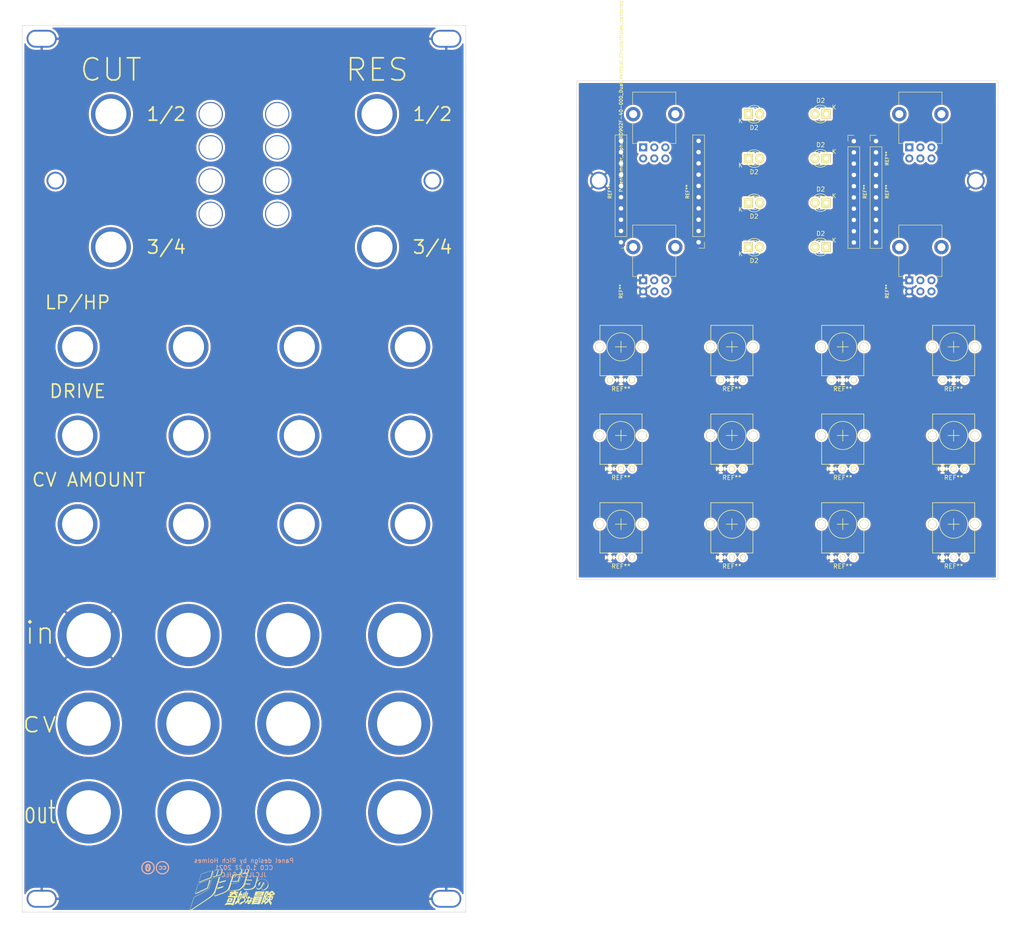
<source format=kicad_pcb>
(kicad_pcb (version 20211014) (generator pcbnew)
  (layers (0 "F.Cu" signal) (31 "B.Cu" signal) (34 "B.Paste" user) (35 "F.Paste" user) (36 "B.SilkS" user "B.Silkscreen") (37 "F.SilkS" user "F.Silkscreen") (38 "B.Mask" user) (39 "F.Mask" user) (44 "Edge.Cuts" user))
  (net 0 "")
  (net 1 "GND")
  (net 2 "-12V")
  (net 3 "+12")
  (footprint "Kosmo_panel:Kosmo_Panel_Dual_Slotted_Mounting_Holes" (layer "F.Cu") (at 113.1 10.6 180)
    (fp_text reference "H14" hide)
    (fp_text value "Panel")
    (pad "1" thru_hole oval locked (at 1.4 0 180) (size 6.8 4) (drill oval 6 3.2) (layers *.Cu *.Mask) (net 1 "GND"))
    (pad "1" thru_hole oval locked (at 1.4 -194 180) (size 6.8 4) (drill oval 6 3.2) (layers *.Cu *.Mask) (net 1 "GND"))
  )
  (footprint "Kosmo_panel:Kosmo_Jack_Hole" (layer "F.Cu") (at 31.1 145.1)
    (fp_text reference "H1" hide)
    (fp_text value "Jack_Hole")
    (pad "1" thru_hole circle locked (at 0 0) (size 14 14) (drill 10) (layers *.Cu *.Mask) (net 1 "GND"))
  )
  (footprint "Kosmo_panel:Kosmo_Panel_Dual_Slotted_Mounting_Holes" (layer "F.Cu") (at 19.1 204.6)
    (fp_text reference "H11" hide)
    (fp_text value "Panel")
    (pad "1" thru_hole oval locked (at 1.4 0) (size 6.8 4) (drill oval 6 3.2) (layers *.Cu *.Mask) (net 1 "GND"))
    (pad "1" thru_hole oval locked (at 1.4 -194) (size 6.8 4) (drill oval 6 3.2) (layers *.Cu *.Mask) (net 1 "GND"))
  )
  (footprint "Kosmo_panel:Kosmo_LED_Hole" (layer "F.Cu") (at 58.6 27.6)
    (fp_text reference "H13" hide)
    (fp_text value "Led_Hole")
    (pad "1" thru_hole circle locked (at 0 0) (size 5.5 5.5) (drill 5) (layers *.Cu *.Mask))
  )
  (footprint "Kosmo_panel:Kosmo_Switch_Hole" (layer "F.Cu") (at 103.6 100.1 180)
    (fp_text reference "H9" hide)
    (fp_text value "Switch_Hole")
    (pad "1" thru_hole circle locked (at 0 0 180) (size 9 9) (drill 7) (layers *.Cu *.Mask))
  )
  (footprint "ao_tht:Potentiometer_Alpha_RD902F-40-00D_Dual_Vertical_CircularHoles_centered" (layer "F.Cu") (at 218.6 27.6 90)
    (fp_text reference "REF**" (at -10 -7.5 90) (layer "F.SilkS") (effects (font (size 0.75 0.75))))
    (fp_text value "Potentiometer_Alpha_RD902F-40-00D_Dual_Vertical_CircularHoles_centered" hide)
    (pad "" thru_hole circle locked (at 0 -4.75 180) (size 3.24 3.24) (drill 1.8) (layers *.Cu *.Mask))
    (pad "" thru_hole circle locked (at 0 4.75 180) (size 3.24 3.24) (drill 1.8) (layers *.Cu *.Mask))
    (pad "1" thru_hole rect locked (at -7.5 -2.5 180) (size 1.8 1.8) (drill 1) (layers *.Cu *.Mask) (net 2 "-12V"))
    (pad "2" thru_hole circle locked (at -7.5 0 180) (size 1.8 1.8) (drill 1) (layers *.Cu *.Mask))
    (pad "3" thru_hole circle locked (at -7.5 2.5 180) (size 1.8 1.8) (drill 1) (layers *.Cu *.Mask) (net 3 "+12"))
    (pad "4" thru_hole circle locked (at -10 -2.5 180) (size 1.8 1.8) (drill 1) (layers *.Cu *.Mask) (net 2 "-12V"))
    (pad "5" thru_hole circle locked (at -10 0 180) (size 1.8 1.8) (drill 1) (layers *.Cu *.Mask))
    (pad "6" thru_hole circle locked (at -10 2.5 180) (size 1.8 1.8) (drill 1) (layers *.Cu *.Mask) (net 3 "+12"))
  )
  (footprint "Kosmo_panel:Kosmo_LED_Hole" (layer "F.Cu") (at 58.6 42.6)
    (fp_text reference "H13" hide)
    (fp_text value "Led_Hole")
    (pad "1" thru_hole circle locked (at 0 0) (size 5.5 5.5) (drill 5) (layers *.Cu *.Mask))
  )
  (footprint "EURORACK:Alpha9mmPot" (layer "F.Cu") (at 201.1 120.1)
    (fp_text reference "REF**" (at 0 9.5) (layer "F.SilkS"))
    (fp_text value "Alpha9mmPot")
    (pad "" thru_hole circle locked (at -4.8 0) (size 2 2) (drill 1.8) (layers *.Cu *.Mask "F.SilkS"))
    (pad "" thru_hole circle locked (at 4.8 0) (size 2 2) (drill 1.8) (layers *.Cu *.Mask "F.SilkS"))
    (pad "1" thru_hole circle locked (at -2.5 7.5) (size 1.3 1.3) (drill 1) (layers *.Cu *.Mask "F.SilkS") (net 1 "GND"))
    (pad "2" thru_hole circle locked (at 0 7.5) (size 1.3 1.3) (drill 1) (layers *.Cu *.Mask "F.SilkS"))
    (pad "3" thru_hole circle locked (at 2.5 7.5) (size 1.3 1.3) (drill 1) (layers *.Cu *.Mask "F.SilkS"))
  )
  (footprint "Kosmo_panel:Kosmo_Jack_Hole" (layer "F.Cu") (at 31.1 185.1)
    (fp_text reference "H1" hide)
    (fp_text value "Jack_Hole")
    (pad "1" thru_hole circle locked (at 0 0) (size 14 14) (drill 10) (layers *.Cu *.Mask))
  )
  (footprint "Kosmo_panel:Kosmo_Jack_Hole" (layer "F.Cu") (at 76.1 165.1)
    (fp_text reference "H1" hide)
    (fp_text value "Jack_Hole")
    (pad "1" thru_hole circle locked (at 0 0) (size 14 14) (drill 10) (layers *.Cu *.Mask))
  )
  (footprint "ao_tht:Potentiometer_Alpha_RD902F-40-00D_Dual_Vertical_CircularHoles_centered" (layer "F.Cu") (at 158.6 27.6 90)
    (fp_text reference "REF**" hide)
    (fp_text value "Potentiometer_Alpha_RD902F-40-00D_Dual_Vertical_CircularHoles_centered" hide)
    (fp_text user "${VALUE}" (at 4 -7.5 90) (layer "F.SilkS") (effects (font (size 0.75 0.75))))
    (pad "" thru_hole circle locked (at 0 -4.75 180) (size 3.24 3.24) (drill 1.8) (layers *.Cu *.Mask))
    (pad "" thru_hole circle locked (at 0 4.75 180) (size 3.24 3.24) (drill 1.8) (layers *.Cu *.Mask))
    (pad "1" thru_hole rect locked (at -7.5 -2.5 180) (size 1.8 1.8) (drill 1) (layers *.Cu *.Mask) (net 2 "-12V"))
    (pad "2" thru_hole circle locked (at -7.5 0 180) (size 1.8 1.8) (drill 1) (layers *.Cu *.Mask))
    (pad "3" thru_hole circle locked (at -7.5 2.5 180) (size 1.8 1.8) (drill 1) (layers *.Cu *.Mask) (net 3 "+12"))
    (pad "4" thru_hole circle locked (at -10 -2.5 180) (size 1.8 1.8) (drill 1) (layers *.Cu *.Mask) (net 2 "-12V"))
    (pad "5" thru_hole circle locked (at -10 0 180) (size 1.8 1.8) (drill 1) (layers *.Cu *.Mask))
    (pad "6" thru_hole circle locked (at -10 2.5 180) (size 1.8 1.8) (drill 1) (layers *.Cu *.Mask) (net 3 "+12"))
  )
  (footprint "Kosmo_panel:Kosmo_Switch_Hole" (layer "F.Cu") (at 53.6 80.1 180)
    (fp_text reference "H9" hide)
    (fp_text value "Switch_Hole")
    (pad "1" thru_hole circle locked (at 0 0 180) (size 9 9) (drill 7) (layers *.Cu *.Mask))
  )
  (footprint "EURORACK:Alpha9mmPot" (layer "F.Cu") (at 151.1 100.1)
    (fp_text reference "REF**" (at 0 9.5) (layer "F.SilkS"))
    (fp_text value "Alpha9mmPot")
    (pad "" thru_hole circle locked (at -4.8 0) (size 2 2) (drill 1.8) (layers *.Cu *.Mask "F.SilkS"))
    (pad "" thru_hole circle locked (at 4.8 0) (size 2 2) (drill 1.8) (layers *.Cu *.Mask "F.SilkS"))
    (pad "1" thru_hole circle locked (at -2.5 7.5) (size 1.3 1.3) (drill 1) (layers *.Cu *.Mask "F.SilkS") (net 1 "GND"))
    (pad "2" thru_hole circle locked (at 0 7.5) (size 1.3 1.3) (drill 1) (layers *.Cu *.Mask "F.SilkS"))
    (pad "3" thru_hole circle locked (at 2.5 7.5) (size 1.3 1.3) (drill 1) (layers *.Cu *.Mask "F.SilkS"))
  )
  (footprint "EURORACK:LED3mm" (layer "F.Cu") (at 181.1 57.6)
    (fp_text reference "D2" (at 0 3.048) (layer "F.SilkS"))
    (fp_text value "LED")
    (fp_text user "K" (at -3.048 1.524) (layer "F.SilkS"))
    (pad "1" thru_hole rect locked (at -1.27 0 90) (size 2 2) (drill 1.00076) (layers *.Cu *.Mask "F.SilkS"))
    (pad "2" thru_hole circle locked (at 1.27 0) (size 2 2) (drill 1.00076) (layers *.Cu *.Mask "F.SilkS"))
  )
  (footprint "Kosmo_panel:Kosmo_Switch_Hole" (layer "F.Cu") (at 78.6 120.1 180)
    (fp_text reference "H9" hide)
    (fp_text value "Switch_Hole")
    (pad "1" thru_hole circle locked (at 0 0 180) (size 9 9) (drill 7) (layers *.Cu *.Mask))
  )
  (footprint "EURORACK:Alpha9mmPot" (layer "F.Cu") (at 201.1 100.1)
    (fp_text reference "REF**" (at 0 9.5) (layer "F.SilkS"))
    (fp_text value "Alpha9mmPot")
    (pad "" thru_hole circle locked (at -4.8 0) (size 2 2) (drill 1.8) (layers *.Cu *.Mask "F.SilkS"))
    (pad "" thru_hole circle locked (at 4.8 0) (size 2 2) (drill 1.8) (layers *.Cu *.Mask "F.SilkS"))
    (pad "1" thru_hole circle locked (at -2.5 7.5) (size 1.3 1.3) (drill 1) (layers *.Cu *.Mask "F.SilkS") (net 1 "GND"))
    (pad "2" thru_hole circle locked (at 0 7.5) (size 1.3 1.3) (drill 1) (layers *.Cu *.Mask "F.SilkS"))
    (pad "3" thru_hole circle locked (at 2.5 7.5) (size 1.3 1.3) (drill 1) (layers *.Cu *.Mask "F.SilkS"))
  )
  (footprint "Kosmo_panel:Kosmo_Switch_Hole" (layer "F.Cu") (at 96.1 57.6 180)
    (fp_text reference "H9" hide)
    (fp_text value "Switch_Hole")
    (pad "1" thru_hole circle locked (at 0 0 180) (size 9 9) (drill 7) (layers *.Cu *.Mask))
  )
  (footprint "EURORACK:LED3mm" (layer "F.Cu") (at 196.1 57.6 180)
    (fp_text reference "D2" (at 0 3.048) (layer "F.SilkS"))
    (fp_text value "LED")
    (fp_text user "K" (at -3.048 1.524) (layer "F.SilkS"))
    (pad "1" thru_hole rect locked (at -1.27 0 270) (size 2 2) (drill 1.00076) (layers *.Cu *.Mask "F.SilkS"))
    (pad "2" thru_hole circle locked (at 1.27 0 180) (size 2 2) (drill 1.00076) (layers *.Cu *.Mask "F.SilkS"))
  )
  (footprint "EURORACK:LED3mm" (layer "F.Cu") (at 181.1 47.6)
    (fp_text reference "D2" (at 0 3.048) (layer "F.SilkS"))
    (fp_text value "LED")
    (fp_text user "K" (at -3.048 1.524) (layer "F.SilkS"))
    (pad "1" thru_hole rect locked (at -1.27 0 90) (size 2 2) (drill 1.00076) (layers *.Cu *.Mask "F.SilkS"))
    (pad "2" thru_hole circle locked (at 1.27 0) (size 2 2) (drill 1.00076) (layers *.Cu *.Mask "F.SilkS"))
  )
  (footprint "Kosmo_panel:Kosmo_LED_Hole" (layer "F.Cu") (at 58.6 35.1)
    (fp_text reference "H13" hide)
    (fp_text value "Led_Hole")
    (pad "1" thru_hole circle locked (at 0 0) (size 5.5 5.5) (drill 5) (layers *.Cu *.Mask))
  )
  (footprint "Kosmo_panel:Kosmo_Switch_Hole" (layer "F.Cu") (at 78.6 80.1 180)
    (fp_text reference "H9" hide)
    (fp_text value "Switch_Hole")
    (pad "1" thru_hole circle locked (at 0 0 180) (size 9 9) (drill 7) (layers *.Cu *.Mask))
  )
  (footprint "KOSMO:Kosmo_Panel_Mounting_Hole" (layer "F.Cu") (at 23.6 42.6)
    (fp_text reference "REF**" hide)
    (fp_text value "Kosmo_Panel_Mounting_Hole")
    (pad "1" thru_hole circle locked (at 0 0) (size 4 4) (drill 3.2) (layers *.Cu *.Mask))
  )
  (footprint "ao_tht:PinHeader_1x10_P2.54mm_Vertical" (layer "F.Cu") (at 208.6 45.1 -90)
    (fp_text reference "REF**" (at 0 -2.5 90) (layer "F.SilkS") (effects (font (size 0.75 0.75))))
    (fp_text value "PinHeader_1x10_P2.54mm_Vertical")
    (pad "1" thru_hole rect locked (at -11.4 0) (size 1.7 1.7) (drill 1) (layers *.Cu *.Mask) (net 3 "+12"))
    (pad "2" thru_hole oval locked (at -8.86 0) (size 1.7 1.7) (drill 1) (layers *.Cu *.Mask) (net 2 "-12V"))
    (pad "3" thru_hole oval locked (at -6.32 0) (size 1.7 1.7) (drill 1) (layers *.Cu *.Mask))
    (pad "4" thru_hole oval locked (at -3.78 0) (size 1.7 1.7) (drill 1) (layers *.Cu *.Mask))
    (pad "5" thru_hole oval locked (at -1.24 0) (size 1.7 1.7) (drill 1) (layers *.Cu *.Mask))
    (pad "6" thru_hole oval locked (at 1.3 0) (size 1.7 1.7) (drill 1) (layers *.Cu *.Mask))
    (pad "7" thru_hole oval locked (at 3.84 0) (size 1.7 1.7) (drill 1) (layers *.Cu *.Mask))
    (pad "8" thru_hole oval locked (at 6.38 0) (size 1.7 1.7) (drill 1) (layers *.Cu *.Mask))
    (pad "9" thru_hole oval locked (at 8.92 0) (size 1.7 1.7) (drill 1) (layers *.Cu *.Mask))
    (pad "10" thru_hole oval locked (at 11.46 0) (size 1.7 1.7) (drill 1) (layers *.Cu *.Mask) (net 1 "GND"))
  )
  (footprint "KOSMO:Kosmo_Panel_Mounting_Hole" (layer "F.Cu") (at 146.1 42.6)
    (fp_text reference "REF**" hide)
    (fp_text value "Kosmo_Panel_Mounting_Hole")
    (pad "1" thru_hole circle locked (at 0 0) (size 4 4) (drill 3.2) (layers *.Cu *.Mask) (net 1 "GND"))
  )
  (footprint "Kosmo_panel:Kosmo_Switch_Hole" (layer "F.Cu") (at 78.6 100.1 180)
    (fp_text reference "H9" hide)
    (fp_text value "Switch_Hole")
    (pad "1" thru_hole circle locked (at 0 0 180) (size 9 9) (drill 7) (layers *.Cu *.Mask))
  )
  (footprint "Kosmo_panel:Kosmo_LED_Hole" (layer "F.Cu") (at 58.6 50.1)
    (fp_text reference "H13" hide)
    (fp_text value "Led_Hole")
    (pad "1" thru_hole circle locked (at 0 0) (size 5.5 5.5) (drill 5) (layers *.Cu *.Mask))
  )
  (footprint "Kosmo_panel:Kosmo_Jack_Hole" (layer "F.Cu") (at 53.6 145.1)
    (fp_text reference "H1" hide)
    (fp_text value "Jack_Hole")
    (pad "1" thru_hole circle locked (at 0 0) (size 14 14) (drill 10) (layers *.Cu *.Mask))
  )
  (footprint "Kosmo_panel:Kosmo_Switch_Hole" (layer "F.Cu") (at 36.1 27.6 180)
    (fp_text reference "H9" hide)
    (fp_text value "Switch_Hole")
    (pad "1" thru_hole circle locked (at 0 0 180) (size 9 9) (drill 7) (layers *.Cu *.Mask))
  )
  (footprint "" (layer "F.Cu") (at 78.6 100.1)
    (fp_text reference "" (at 0 0) (layer "F.SilkS") (effects (font (size 1.27 1.27))))
    (fp_text value "" (at 0 0) (layer "F.SilkS") (effects (font (size 1.27 1.27))))
    (pad "1" thru_hole circle locked (at 0 0 180) (size 9 9) (drill 7) (layers *.Cu *.Mask))
  )
  (footprint "EURORACK:Alpha9mmPot" (layer "F.Cu") (at 176.1 80.1)
    (fp_text reference "REF**" (at 0 9.5) (layer "F.SilkS"))
    (fp_text value "Alpha9mmPot")
    (pad "" thru_hole circle locked (at -4.8 0) (size 2 2) (drill 1.8) (layers *.Cu *.Mask "F.SilkS"))
    (pad "" thru_hole circle locked (at 4.8 0) (size 2 2) (drill 1.8) (layers *.Cu *.Mask "F.SilkS"))
    (pad "1" thru_hole circle locked (at -2.5 7.5) (size 1.3 1.3) (drill 1) (layers *.Cu *.Mask "F.SilkS"))
    (pad "2" thru_hole circle locked (at 0 7.5) (size 1.3 1.3) (drill 1) (layers *.Cu *.Mask "F.SilkS") (net 1 "GND"))
    (pad "3" thru_hole circle locked (at 2.5 7.5) (size 1.3 1.3) (drill 1) (layers *.Cu *.Mask "F.SilkS"))
  )
  (footprint "Kosmo_panel:Kosmo_Jack_Hole" (layer "F.Cu") (at 76.1 185.1)
    (fp_text reference "H1" hide)
    (fp_text value "Jack_Hole")
    (pad "1" thru_hole circle locked (at 0 0) (size 14 14) (drill 10) (layers *.Cu *.Mask))
  )
  (footprint "EURORACK:LED3mm" (layer "F.Cu") (at 181.1 37.6)
    (fp_text reference "D2" (at 0 3.048) (layer "F.SilkS"))
    (fp_text value "LED")
    (fp_text user "K" (at -3.048 1.524) (layer "F.SilkS"))
    (pad "1" thru_hole rect locked (at -1.27 0 90) (size 2 2) (drill 1.00076) (layers *.Cu *.Mask "F.SilkS"))
    (pad "2" thru_hole circle locked (at 1.27 0) (size 2 2) (drill 1.00076) (layers *.Cu *.Mask "F.SilkS"))
  )
  (footprint "Kosmo_panel:Kosmo_Jack_Hole" (layer "F.Cu") (at 53.6 165.1)
    (fp_text reference "H1" hide)
    (fp_text value "Jack_Hole")
    (pad "1" thru_hole circle locked (at 0 0) (size 14 14) (drill 10) (layers *.Cu *.Mask))
  )
  (footprint "Kosmo_panel:Kosmo_Switch_Hole" (layer "F.Cu") (at 96.1 27.6 180)
    (fp_text reference "H9" hide)
    (fp_text value "Switch_Hole")
    (pad "1" thru_hole circle locked (at 0 0 180) (size 9 9) (drill 7) (layers *.Cu *.Mask))
  )
  (footprint "KOSMO:Kosmo_Panel_Mounting_Hole" (layer "F.Cu") (at 108.6 42.6)
    (fp_text reference "REF**" hide)
    (fp_text value "Kosmo_Panel_Mounting_Hole")
    (pad "1" thru_hole circle locked (at 0 0) (size 4 4) (drill 3.2) (layers *.Cu *.Mask))
  )
  (footprint "Kosmo_panel:Kosmo_Switch_Hole" (layer "F.Cu") (at 53.6 120.1 180)
    (fp_text reference "H9" hide)
    (fp_text value "Switch_Hole")
    (pad "1" thru_hole circle locked (at 0 0 180) (size 9 9) (drill 7) (layers *.Cu *.Mask))
  )
  (footprint "EURORACK:LED3mm" (layer "F.Cu") (at 196.1 27.6 180)
    (fp_text reference "D2" (at 0 3.048) (layer "F.SilkS"))
    (fp_text value "LED")
    (fp_text user "K" (at -3.048 1.524) (layer "F.SilkS"))
    (pad "1" thru_hole rect locked (at -1.27 0 270) (size 2 2) (drill 1.00076) (layers *.Cu *.Mask "F.SilkS"))
    (pad "2" thru_hole circle locked (at 1.27 0 180) (size 2 2) (drill 1.00076) (layers *.Cu *.Mask "F.SilkS"))
  )
  (footprint "EURORACK:Alpha9mmPot" (layer "F.Cu") (at 226.1 100.1)
    (fp_text reference "REF**" (at 0 9.5) (layer "F.SilkS"))
    (fp_text value "Alpha9mmPot")
    (pad "" thru_hole circle locked (at -4.8 0) (size 2 2) (drill 1.8) (layers *.Cu *.Mask "F.SilkS"))
    (pad "" thru_hole circle locked (at 4.8 0) (size 2 2) (drill 1.8) (layers *.Cu *.Mask "F.SilkS"))
    (pad "1" thru_hole circle locked (at -2.5 7.5) (size 1.3 1.3) (drill 1) (layers *.Cu *.Mask "F.SilkS") (net 1 "GND"))
    (pad "2" thru_hole circle locked (at 0 7.5) (size 1.3 1.3) (drill 1) (layers *.Cu *.Mask "F.SilkS"))
    (pad "3" thru_hole circle locked (at 2.5 7.5) (size 1.3 1.3) (drill 1) (layers *.Cu *.Mask "F.SilkS"))
  )
  (footprint "KOSMO:JOJO ICON" (layer "F.Cu") (at 63.6 202.6)
    (fp_text reference "G***" hide)
    (fp_text value "LOGO" hide)
  )
  (footprint "EURORACK:Alpha9mmPot" (layer "F.Cu") (at 151.1 80.1)
    (fp_text reference "REF**" (at 0 9.5) (layer "F.SilkS"))
    (fp_text value "Alpha9mmPot")
    (pad "" thru_hole circle locked (at -4.8 0) (size 2 2) (drill 1.8) (layers *.Cu *.Mask "F.SilkS"))
    (pad "" thru_hole circle locked (at 4.8 0) (size 2 2) (drill 1.8) (layers *.Cu *.Mask "F.SilkS"))
    (pad "1" thru_hole circle locked (at -2.5 7.5) (size 1.3 1.3) (drill 1) (layers *.Cu *.Mask "F.SilkS"))
    (pad "2" thru_hole circle locked (at 0 7.5) (size 1.3 1.3) (drill 1) (layers *.Cu *.Mask "F.SilkS") (net 1 "GND"))
    (pad "3" thru_hole circle locked (at 2.5 7.5) (size 1.3 1.3) (drill 1) (layers *.Cu *.Mask "F.SilkS"))
  )
  (footprint "EURORACK:LED3mm" (layer "F.Cu") (at 181.1 27.6)
    (fp_text reference "D2" (at 0 3.048) (layer "F.SilkS"))
    (fp_text value "LED")
    (fp_text user "K" (at -3.048 1.524) (layer "F.SilkS"))
    (pad "1" thru_hole rect locked (at -1.27 0 90) (size 2 2) (drill 1.00076) (layers *.Cu *.Mask "F.SilkS"))
    (pad "2" thru_hole circle locked (at 1.27 0) (size 2 2) (drill 1.00076) (layers *.Cu *.Mask "F.SilkS"))
  )
  (footprint "Kosmo_panel:Kosmo_Switch_Hole" (layer "F.Cu") (at 28.6 120.1 180)
    (fp_text reference "H9" hide)
    (fp_text value "Switch_Hole")
    (pad "1" thru_hole circle locked (at 0 0 180) (size 9 9) (drill 7) (layers *.Cu *.Mask))
  )
  (footprint "EURORACK:LED3mm" (layer "F.Cu") (at 196.1 37.6 180)
    (fp_text reference "D2" (at 0 3.048) (layer "F.SilkS"))
    (fp_text value "LED")
    (fp_text user "K" (at -3.048 1.524) (layer "F.SilkS"))
    (pad "1" thru_hole rect locked (at -1.27 0 270) (size 2 2) (drill 1.00076) (layers *.Cu *.Mask "F.SilkS"))
    (pad "2" thru_hole circle locked (at 1.27 0 180) (size 2 2) (drill 1.00076) (layers *.Cu *.Mask "F.SilkS"))
  )
  (footprint "ao_tht:Potentiometer_Alpha_RD902F-40-00D_Dual_Vertical_CircularHoles_centered" (layer "F.Cu") (at 218.6 57.6 90)
    (fp_text reference "REF**" (at -10 -7.5 90) (layer "F.SilkS") (effects (font (size 0.75 0.75))))
    (fp_text value "Potentiometer_Alpha_RD902F-40-00D_Dual_Vertical_CircularHoles_centered" hide)
    (pad "" thru_hole circle locked (at 0 -4.75 180) (size 3.24 3.24) (drill 1.8) (layers *.Cu *.Mask))
    (pad "" thru_hole circle locked (at 0 4.75 180) (size 3.24 3.24) (drill 1.8) (layers *.Cu *.Mask))
    (pad "1" thru_hole rect locked (at -7.5 -2.5 180) (size 1.8 1.8) (drill 1) (layers *.Cu *.Mask) (net 1 "GND"))
    (pad "2" thru_hole circle locked (at -7.5 0 180) (size 1.8 1.8) (drill 1) (layers *.Cu *.Mask))
    (pad "3" thru_hole circle locked (at -7.5 2.5 180) (size 1.8 1.8) (drill 1) (layers *.Cu *.Mask))
    (pad "4" thru_hole circle locked (at -10 -2.5 180) (size 1.8 1.8) (drill 1) (layers *.Cu *.Mask) (net 1 "GND"))
    (pad "5" thru_hole circle locked (at -10 0 180) (size 1.8 1.8) (drill 1) (layers *.Cu *.Mask))
    (pad "6" thru_hole circle locked (at -10 2.5 180) (size 1.8 1.8) (drill 1) (layers *.Cu *.Mask))
  )
  (footprint "ao_tht:PinHeader_1x10_P2.54mm_Vertical" (layer "F.Cu") (at 203.6 45.1 -90)
    (fp_text reference "REF**" (at 0 -2.5 90) (layer "F.SilkS") (effects (font (size 0.75 0.75))))
    (fp_text value "PinHeader_1x10_P2.54mm_Vertical")
    (pad "1" thru_hole rect locked (at -11.4 0) (size 1.7 1.7) (drill 1) (layers *.Cu *.Mask) (net 3 "+12"))
    (pad "2" thru_hole oval locked (at -8.86 0) (size 1.7 1.7) (drill 1) (layers *.Cu *.Mask) (net 2 "-12V"))
    (pad "3" thru_hole oval locked (at -6.32 0) (size 1.7 1.7) (drill 1) (layers *.Cu *.Mask))
    (pad "4" thru_hole oval locked (at -3.78 0) (size 1.7 1.7) (drill 1) (layers *.Cu *.Mask))
    (pad "5" thru_hole oval locked (at -1.24 0) (size 1.7 1.7) (drill 1) (layers *.Cu *.Mask))
    (pad "6" thru_hole oval locked (at 1.3 0) (size 1.7 1.7) (drill 1) (layers *.Cu *.Mask))
    (pad "7" thru_hole oval locked (at 3.84 0) (size 1.7 1.7) (drill 1) (layers *.Cu *.Mask))
    (pad "8" thru_hole oval locked (at 6.38 0) (size 1.7 1.7) (drill 1) (layers *.Cu *.Mask))
    (pad "9" thru_hole oval locked (at 8.92 0) (size 1.7 1.7) (drill 1) (layers *.Cu *.Mask))
    (pad "10" thru_hole oval locked (at 11.46 0) (size 1.7 1.7) (drill 1) (layers *.Cu *.Mask) (net 1 "GND"))
  )
  (footprint "EURORACK:Alpha9mmPot" (layer "F.Cu") (at 226.1 80.1)
    (fp_text reference "REF**" (at 0 9.5) (layer "F.SilkS"))
    (fp_text value "Alpha9mmPot")
    (pad "" thru_hole circle locked (at -4.8 0) (size 2 2) (drill 1.8) (layers *.Cu *.Mask "F.SilkS"))
    (pad "" thru_hole circle locked (at 4.8 0) (size 2 2) (drill 1.8) (layers *.Cu *.Mask "F.SilkS"))
    (pad "1" thru_hole circle locked (at -2.5 7.5) (size 1.3 1.3) (drill 1) (layers *.Cu *.Mask "F.SilkS"))
    (pad "2" thru_hole circle locked (at 0 7.5) (size 1.3 1.3) (drill 1) (layers *.Cu *.Mask "F.SilkS") (net 1 "GND"))
    (pad "3" thru_hole circle locked (at 2.5 7.5) (size 1.3 1.3) (drill 1) (layers *.Cu *.Mask "F.SilkS"))
  )
  (footprint "EURORACK:Alpha9mmPot" (layer "F.Cu") (at 176.1 100.1)
    (fp_text reference "REF**" (at 0 9.5) (layer "F.SilkS"))
    (fp_text value "Alpha9mmPot")
    (pad "" thru_hole circle locked (at -4.8 0) (size 2 2) (drill 1.8) (layers *.Cu *.Mask "F.SilkS"))
    (pad "" thru_hole circle locked (at 4.8 0) (size 2 2) (drill 1.8) (layers *.Cu *.Mask "F.SilkS"))
    (pad "1" thru_hole circle locked (at -2.5 7.5) (size 1.3 1.3) (drill 1) (layers *.Cu *.Mask "F.SilkS") (net 1 "GND"))
    (pad "2" thru_hole circle locked (at 0 7.5) (size 1.3 1.3) (drill 1) (layers *.Cu *.Mask "F.SilkS"))
    (pad "3" thru_hole circle locked (at 2.5 7.5) (size 1.3 1.3) (drill 1) (layers *.Cu *.Mask "F.SilkS"))
  )
  (footprint "Kosmo_panel:Kosmo_LED_Hole" (layer "F.Cu") (at 73.6 35.1)
    (fp_text reference "H13" hide)
    (fp_text value "Led_Hole")
    (pad "1" thru_hole circle locked (at 0 0) (size 5.5 5.5) (drill 5) (layers *.Cu *.Mask))
  )
  (footprint "Kosmo_panel:Kosmo_Switch_Hole" (layer "F.Cu") (at 28.6 80.1 180)
    (fp_text reference "H9" hide)
    (fp_text value "Switch_Hole")
    (pad "1" thru_hole circle locked (at 0 0 180) (size 9 9) (drill 7) (layers *.Cu *.Mask))
  )
  (footprint "Kosmo_panel:Kosmo_Jack_Hole" (layer "F.Cu") (at 31.1 165.1)
    (fp_text reference "H1" hide)
    (fp_text value "Jack_Hole")
    (pad "1" thru_hole circle locked (at 0 0) (size 14 14) (drill 10) (layers *.Cu *.Mask))
  )
  (footprint "KOSMO:Kosmo_Panel_Mounting_Hole" (layer "F.Cu") (at 231.1 42.6)
    (fp_text reference "REF**" hide)
    (fp_text value "Kosmo_Panel_Mounting_Hole")
    (pad "1" thru_hole circle locked (at 0 0) (size 4 4) (drill 3.2) (layers *.Cu *.Mask) (net 1 "GND"))
  )
  (footprint "Kosmo_panel:Kosmo_LED_Hole" (layer "F.Cu") (at 73.6 27.6)
    (fp_text reference "H13" hide)
    (fp_text value "Led_Hole")
    (pad "1" thru_hole circle locked (at 0 0) (size 5.5 5.5) (drill 5) (layers *.Cu *.Mask))
  )
  (footprint "Kosmo_panel:Kosmo_Jack_Hole" (layer "F.Cu") (at 101.1 165.1)
    (fp_text reference "H1" hide)
    (fp_text value "Jack_Hole")
    (pad "1" thru_hole circle locked (at 0 0) (size 14 14) (drill 10) (layers *.Cu *.Mask))
  )
  (footprint "Kosmo_panel:Kosmo_Switch_Hole" (layer "F.Cu") (at 103.6 120.1 180)
    (fp_text reference "H9" hide)
    (fp_text value "Switch_Hole")
    (pad "1" thru_hole circle locked (at 0 0 180) (size 9 9) (drill 7) (layers *.Cu *.Mask))
  )
  (footprint "EURORACK:Alpha9mmPot" (layer "F.Cu") (at 226.1 120.1)
    (fp_text reference "REF**" (at 0 9.5) (layer "F.SilkS"))
    (fp_text value "Alpha9mmPot")
    (pad "" thru_hole circle locked (at -4.8 0) (size 2 2) (drill 1.8) (layers *.Cu *.Mask "F.SilkS"))
    (pad "" thru_hole circle locked (at 4.8 0) (size 2 2) (drill 1.8) (layers *.Cu *.Mask "F.SilkS"))
    (pad "1" thru_hole circle locked (at -2.5 7.5) (size 1.3 1.3) (drill 1) (layers *.Cu *.Mask "F.SilkS") (net 1 "GND"))
    (pad "2" thru_hole circle locked (at 0 7.5) (size 1.3 1.3) (drill 1) (layers *.Cu *.Mask "F.SilkS"))
    (pad "3" thru_hole circle locked (at 2.5 7.5) (size 1.3 1.3) (drill 1) (layers *.Cu *.Mask "F.SilkS"))
  )
  (footprint "Kosmo_panel:Kosmo_LED_Hole" (layer "F.Cu") (at 73.6 42.6)
    (fp_text reference "H13" hide)
    (fp_text value "Led_Hole")
    (pad "1" thru_hole circle locked (at 0 0) (size 5.5 5.5) (drill 5) (layers *.Cu *.Mask))
  )
  (footprint "Kosmo_panel:Kosmo_Switch_Hole" (layer "F.Cu") (at 28.6 100.1 180)
    (fp_text reference "H9" hide)
    (fp_text value "Switch_Hole")
    (pad "1" thru_hole circle locked (at 0 0 180) (size 9 9) (drill 7) (layers *.Cu *.Mask))
  )
  (footprint "EURORACK:LED3mm" (layer "F.Cu") (at 196.1 47.6 180)
    (fp_text reference "D2" (at 0 3.048) (layer "F.SilkS"))
    (fp_text value "LED")
    (fp_text user "K" (at -3.048 1.524) (layer "F.SilkS"))
    (pad "1" thru_hole rect locked (at -1.27 0 270) (size 2 2) (drill 1.00076) (layers *.Cu *.Mask "F.SilkS"))
    (pad "2" thru_hole circle locked (at 1.27 0 180) (size 2 2) (drill 1.00076) (layers *.Cu *.Mask "F.SilkS"))
  )
  (footprint "EURORACK:Alpha9mmPot" (layer "F.Cu") (at 176.1 120.1)
    (fp_text reference "REF**" (at 0 9.5) (layer "F.SilkS"))
    (fp_text value "Alpha9mmPot")
    (pad "" thru_hole circle locked (at -4.8 0) (size 2 2) (drill 1.8) (layers *.Cu *.Mask "F.SilkS"))
    (pad "" thru_hole circle locked (at 4.8 0) (size 2 2) (drill 1.8) (layers *.Cu *.Mask "F.SilkS"))
    (pad "1" thru_hole circle locked (at -2.5 7.5) (size 1.3 1.3) (drill 1) (layers *.Cu *.Mask "F.SilkS") (net 1 "GND"))
    (pad "2" thru_hole circle locked (at 0 7.5) (size 1.3 1.3) (drill 1) (layers *.Cu *.Mask "F.SilkS"))
    (pad "3" thru_hole circle locked (at 2.5 7.5) (size 1.3 1.3) (drill 1) (layers *.Cu *.Mask "F.SilkS"))
  )
  (footprint "ao_tht:Potentiometer_Alpha_RD902F-40-00D_Dual_Vertical_CircularHoles_centered" (layer "F.Cu") (at 158.6 57.6 90)
    (fp_text reference "REF**" (at -10 -7.5 90) (layer "F.SilkS") (effects (font (size 0.75 0.75))))
    (fp_text value "Potentiometer_Alpha_RD902F-40-00D_Dual_Vertical_CircularHoles_centered" hide)
    (pad "" thru_hole circle locked (at 0 -4.75 180) (size 3.24 3.24) (drill 1.8) (layers *.Cu *.Mask))
    (pad "" thru_hole circle locked (at 0 4.75 180) (size 3.24 3.24) (drill 1.8) (layers *.Cu *.Mask))
    (pad "1" thru_hole rect locked (at -7.5 -2.5 180) (size 1.8 1.8) (drill 1) (layers *.Cu *.Mask) (net 1 "GND"))
    (pad "2" thru_hole circle locked (at -7.5 0 180) (size 1.8 1.8) (drill 1) (layers *.Cu *.Mask))
    (pad "3" thru_hole circle locked (at -7.5 2.5 180) (size 1.8 1.8) (drill 1) (layers *.Cu *.Mask))
    (pad "4" thru_hole circle locked (at -10 -2.5 180) (size 1.8 1.8) (drill 1) (layers *.Cu *.Mask) (net 1 "GND"))
    (pad "5" thru_hole circle locked (at -10 0 180) (size 1.8 1.8) (drill 1) (layers *.Cu *.Mask))
    (pad "6" thru_hole circle locked (at -10 2.5 180) (size 1.8 1.8) (drill 1) (layers *.Cu *.Mask))
  )
  (footprint "Kosmo_panel:Kosmo_Jack_Hole" (layer "F.Cu") (at 76.1 145.1)
    (fp_text reference "H1" hide)
    (fp_text value "Jack_Hole")
    (pad "1" thru_hole circle locked (at 0 0) (size 14 14) (drill 10) (layers *.Cu *.Mask))
  )
  (footprint "ao_tht:PinHeader_1x10_P2.54mm_Vertical" (layer "F.Cu") (at 168.6 45.1 90)
    (fp_text reference "REF**" (at 0 -2.5 90) (layer "F.SilkS") (effects (font (size 0.75 0.75))))
    (fp_text value "PinHeader_1x10_P2.54mm_Vertical")
    (pad "1" thru_hole rect locked (at -11.4 0 180) (size 1.7 1.7) (drill 1) (layers *.Cu *.Mask) (net 1 "GND"))
    (pad "2" thru_hole oval locked (at -8.86 0 180) (size 1.7 1.7) (drill 1) (layers *.Cu *.Mask))
    (pad "3" thru_hole oval locked (at -6.32 0 180) (size 1.7 1.7) (drill 1) (layers *.Cu *.Mask))
    (pad "4" thru_hole oval locked (at -3.78 0 180) (size 1.7 1.7) (drill 1) (layers *.Cu *.Mask))
    (pad "5" thru_hole oval locked (at -1.24 0 180) (size 1.7 1.7) (drill 1) (layers *.Cu *.Mask))
    (pad "6" thru_hole oval locked (at 1.3 0 180) (size 1.7 1.7) (drill 1) (layers *.Cu *.Mask))
    (pad "7" thru_hole oval locked (at 3.84 0 180) (size 1.7 1.7) (drill 1) (layers *.Cu *.Mask))
    (pad "8" thru_hole oval locked (at 6.38 0 180) (size 1.7 1.7) (drill 1) (layers *.Cu *.Mask))
    (pad "9" thru_hole oval locked (at 8.92 0 180) (size 1.7 1.7) (drill 1) (layers *.Cu *.Mask) (net 2 "-12V"))
    (pad "10" thru_hole oval locked (at 11.46 0 180) (size 1.7 1.7) (drill 1) (layers *.Cu *.Mask) (net 3 "+12"))
  )
  (footprint "EURORACK:Alpha9mmPot" (layer "F.Cu") (at 151.1 120.1)
    (fp_text reference "REF**" (at 0 9.5) (layer "F.SilkS"))
    (fp_text value "Alpha9mmPot")
    (pad "" thru_hole circle locked (at -4.8 0) (size 2 2) (drill 1.8) (layers *.Cu *.Mask "F.SilkS"))
    (pad "" thru_hole circle locked (at 4.8 0) (size 2 2) (drill 1.8) (layers *.Cu *.Mask "F.SilkS"))
    (pad "1" thru_hole circle locked (at -2.5 7.5) (size 1.3 1.3) (drill 1) (layers *.Cu *.Mask "F.SilkS") (net 1 "GND"))
    (pad "2" thru_hole circle locked (at 0 7.5) (size 1.3 1.3) (drill 1) (layers *.Cu *.Mask "F.SilkS"))
    (pad "3" thru_hole circle locked (at 2.5 7.5) (size 1.3 1.3) (drill 1) (layers *.Cu *.Mask "F.SilkS"))
  )
  (footprint "Kosmo_panel:Kosmo_Switch_Hole" (layer "F.Cu") (at 103.6 80.1 180)
    (fp_text reference "H9" hide)
    (fp_text value "Switch_Hole")
    (pad "1" thru_hole circle locked (at 0 0 180) (size 9 9) (drill 7) (layers *.Cu *.Mask))
  )
  (footprint "Kosmo_panel:Kosmo_Jack_Hole" (layer "F.Cu") (at 53.6 185.1)
    (fp_text reference "H1" hide)
    (fp_text value "Jack_Hole")
    (pad "1" thru_hole circle locked (at 0 0) (size 14 14) (drill 10) (layers *.Cu *.Mask))
  )
  (footprint "Kosmo_panel:Kosmo_Switch_Hole" (layer "F.Cu") (at 53.6 100.1 180)
    (fp_text reference "H9" hide)
    (fp_text value "Switch_Hole")
    (pad "1" thru_hole circle locked (at 0 0 180) (size 9 9) (drill 7) (layers *.Cu *.Mask))
  )
  (footprint "Kosmo_panel:Kosmo_LED_Hole" (layer "F.Cu") (at 73.6 50.1)
    (fp_text reference "H13" hide)
    (fp_text value "Led_Hole")
    (pad "1" thru_hole circle locked (at 0 0) (size 5.5 5.5) (drill 5) (layers *.Cu *.Mask))
  )
  (footprint "Kosmo_panel:Kosmo_Switch_Hole" (layer "F.Cu") (at 36.1 57.6 180)
    (fp_text reference "H9" hide)
    (fp_text value "Switch_Hole")
    (pad "1" thru_hole circle locked (at 0 0 180) (size 9 9) (drill 7) (layers *.Cu *.Mask))
  )
  (footprint "Kosmo_panel:Kosmo_Jack_Hole" (layer "F.Cu") (at 101.1 185.1)
    (fp_text reference "H1" hide)
    (fp_text value "Jack_Hole")
    (pad "1" thru_hole circle locked (at 0 0) (size 14 14) (drill 10) (layers *.Cu *.Mask))
  )
  (footprint "Kosmo_panel:Kosmo_Jack_Hole" (layer "F.Cu") (at 101.1 145.1)
    (fp_text reference "H1" hide)
    (fp_text value "Jack_Hole")
    (pad "1" thru_hole circle locked (at 0 0) (size 14 14) (drill 10) (layers *.Cu *.Mask))
  )
  (footprint "EURORACK:Alpha9mmPot" (layer "F.Cu") (at 201.1 80.1)
    (fp_text reference "REF**" (at 0 9.5) (layer "F.SilkS"))
    (fp_text value "Alpha9mmPot")
    (pad "" thru_hole circle locked (at -4.8 0) (size 2 2) (drill 1.8) (layers *.Cu *.Mask "F.SilkS"))
    (pad "" thru_hole circle locked (at 4.8 0) (size 2 2) (drill 1.8) (layers *.Cu *.Mask "F.SilkS"))
    (pad "1" thru_hole circle locked (at -2.5 7.5) (size 1.3 1.3) (drill 1) (layers *.Cu *.Mask "F.SilkS"))
    (pad "2" thru_hole circle locked (at 0 7.5) (size 1.3 1.3) (drill 1) (layers *.Cu *.Mask "F.SilkS") (net 1 "GND"))
    (pad "3" thru_hole circle locked (at 2.5 7.5) (size 1.3 1.3) (drill 1) (layers *.Cu *.Mask "F.SilkS"))
  )
  (footprint "ao_tht:PinHeader_1x10_P2.54mm_Vertical" (layer "F.Cu") (at 151.1 45.1 90)
    (fp_text reference "REF**" (at 0 -2.5 90) (layer "F.SilkS") (effects (font (size 0.75 0.75))))
    (fp_text value "PinHeader_1x10_P2.54mm_Vertical")
    (pad "1" thru_hole rect locked (at -11.4 0 180) (size 1.7 1.7) (drill 1) (layers *.Cu *.Mask) (net 1 "GND"))
    (pad "2" thru_hole oval locked (at -8.86 0 180) (size 1.7 1.7) (drill 1) (layers *.Cu *.Mask))
    (pad "3" thru_hole oval locked (at -6.32 0 180) (size 1.7 1.7) (drill 1) (layers *.Cu *.Mask))
    (pad "4" thru_hole oval locked (at -3.78 0 180) (size 1.7 1.7) (drill 1) (layers *.Cu *.Mask))
    (pad "5" thru_hole oval locked (at -1.24 0 180) (size 1.7 1.7) (drill 1) (layers *.Cu *.Mask))
    (pad "6" thru_hole oval locked (at 1.3 0 180) (size 1.7 1.7) (drill 1) (layers *.Cu *.Mask))
    (pad "7" thru_hole oval locked (at 3.84 0 180) (size 1.7 1.7) (drill 1) (layers *.Cu *.Mask))
    (pad "8" thru_hole oval locked (at 6.38 0 180) (size 1.7 1.7) (drill 1) (layers *.Cu *.Mask))
    (pad "9" thru_hole oval locked (at 8.92 0 180) (size 1.7 1.7) (drill 1) (layers *.Cu *.Mask) (net 2 "-12V"))
    (pad "10" thru_hole oval locked (at 11.46 0 180) (size 1.7 1.7) (drill 1) (layers *.Cu *.Mask) (net 3 "+12"))
  )
  (footprint "ao_tht:CC0_logo" (layer "B.Cu") (at 46.1 197.6 180)
    (fp_text reference "GRAF3" hide)
    (fp_text value "CC0 logo" hide)
  )
  (gr_line (start 16.1 207.6) (end 116.1 207.6) (layer "Edge.Cuts") (width 0.1))
  (gr_line (start 116.1 7.6) (end 16.1 7.6) (layer "Edge.Cuts") (width 0.1))
  (gr_rect (start 141.1 20.1) (end 236.1 132.6) (layer "Edge.Cuts") (width 0.1) (fill none))
  (gr_line (start 16.1 7.6) (end 16.1 207.6) (layer "Edge.Cuts") (width 0.1))
  (gr_line (start 116.1 207.6) (end 116.1 7.6) (layer "Edge.Cuts") (width 0.1))
  (gr_text "Panel design by Rich Holmes\nCC0 1.0 ?? 2021\nJLCJLCJLCJLC" (at 66.1 197.6) (layer "B.SilkS") (effects (font (size 1 1)) (justify mirror)))
  (gr_text "LP/HP" (at 28.6 70.1) (layer "F.SilkS") (effects (font (size 3 3) (thickness 0.375))))
  (gr_text "1/2" (at 108.6 27.6) (layer "F.SilkS") (effects (font (size 3 3) (thickness 0.375))))
  (gr_text "in" (at 20.1 144.6) (layer "F.SilkS") (effects (font (size 5 5) (thickness 0.375))))
  (gr_text "CV AMOUNT" (at 31.1 110.1) (layer "F.SilkS") (effects (font (size 3 3) (thickness 0.375))))
  (gr_text "1/2" (at 48.6 27.6) (layer "F.SilkS") (effects (font (size 3 3) (thickness 0.375))))
  (gr_text "DRIVE" (at 28.6 90.1) (layer "F.SilkS") (effects (font (size 3 3) (thickness 0.375))))
  (gr_text "3/4\n" (at 108.6 57.6) (layer "F.SilkS") (effects (font (size 3 3) (thickness 0.375))))
  (gr_text "cv" (at 20.1 164.6) (layer "F.SilkS") (effects (font (size 5 5) (thickness 0.375))))
  (gr_text "CUT" (at 36.1 17.6) (layer "F.SilkS") (effects (font (size 5 5) (thickness 0.375))))
  (gr_text "3/4\n" (at 48.6 57.6) (layer "F.SilkS") (effects (font (size 3 3) (thickness 0.375))))
  (gr_text "out" (at 20.1 185.1) (layer "F.SilkS") (effects (font (size 5 3) (thickness 0.375))))
  (gr_text "RES" (at 96.1 17.6) (layer "F.SilkS") (effects (font (size 5 5) (thickness 0.375))))
  (zone (net 1) (net_name "GND") (layer "F.Cu") (connect_pads (clearance 0.508)) (min_thickness 0.254) (fill yes (thermal_gap 0.508) (thermal_bridge_width 0.508))
    (polygon (pts (xy 121.1 212.6) (xy 11.1 212.6) (xy 11.1 2.6) (xy 121.1 2.6)))
  )
  (zone (net 1) (net_name "GND") (layer "F.Cu") (connect_pads (clearance 0.508)) (min_thickness 0.254) (fill yes (thermal_gap 0.508) (thermal_bridge_width 0.508))
    (polygon (pts (xy 236.1 132.6) (xy 141.1 132.6) (xy 141.1 20.1) (xy 236.1 20.1)))
  )
  (zone (net 1) (net_name "GND") (layer "B.Cu") (connect_pads (clearance 0.508)) (min_thickness 0.254) (fill yes (thermal_gap 0.508) (thermal_bridge_width 0.508))
    (polygon (pts (xy 121.1 212.6) (xy 11.1 212.6) (xy 11.1 2.6) (xy 121.1 2.6)))
  )
  (zone (net 1) (net_name "GND") (layer "B.Cu") (connect_pads (clearance 0.508)) (min_thickness 0.254) (fill yes (thermal_gap 0.508) (thermal_bridge_width 0.508))
    (polygon (pts (xy 236.1 132.6) (xy 141.1 132.6) (xy 141.1 20.1) (xy 236.1 20.1)))
  )
)
</source>
